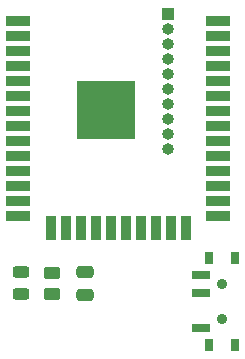
<source format=gbr>
%TF.GenerationSoftware,KiCad,Pcbnew,7.0.5*%
%TF.CreationDate,2023-10-07T01:59:45-03:00*%
%TF.ProjectId,ESP32_MicroSD,45535033-325f-44d6-9963-726f53442e6b,rev?*%
%TF.SameCoordinates,Original*%
%TF.FileFunction,Soldermask,Top*%
%TF.FilePolarity,Negative*%
%FSLAX46Y46*%
G04 Gerber Fmt 4.6, Leading zero omitted, Abs format (unit mm)*
G04 Created by KiCad (PCBNEW 7.0.5) date 2023-10-07 01:59:45*
%MOMM*%
%LPD*%
G01*
G04 APERTURE LIST*
G04 Aperture macros list*
%AMRoundRect*
0 Rectangle with rounded corners*
0 $1 Rounding radius*
0 $2 $3 $4 $5 $6 $7 $8 $9 X,Y pos of 4 corners*
0 Add a 4 corners polygon primitive as box body*
4,1,4,$2,$3,$4,$5,$6,$7,$8,$9,$2,$3,0*
0 Add four circle primitives for the rounded corners*
1,1,$1+$1,$2,$3*
1,1,$1+$1,$4,$5*
1,1,$1+$1,$6,$7*
1,1,$1+$1,$8,$9*
0 Add four rect primitives between the rounded corners*
20,1,$1+$1,$2,$3,$4,$5,0*
20,1,$1+$1,$4,$5,$6,$7,0*
20,1,$1+$1,$6,$7,$8,$9,0*
20,1,$1+$1,$8,$9,$2,$3,0*%
G04 Aperture macros list end*
%ADD10RoundRect,0.250000X-0.475000X0.250000X-0.475000X-0.250000X0.475000X-0.250000X0.475000X0.250000X0*%
%ADD11R,2.000000X0.900000*%
%ADD12R,0.900000X2.000000*%
%ADD13R,5.000000X5.000000*%
%ADD14C,0.900000*%
%ADD15R,0.800000X1.000000*%
%ADD16R,1.500000X0.700000*%
%ADD17RoundRect,0.250000X0.450000X-0.262500X0.450000X0.262500X-0.450000X0.262500X-0.450000X-0.262500X0*%
%ADD18RoundRect,0.243750X0.456250X-0.243750X0.456250X0.243750X-0.456250X0.243750X-0.456250X-0.243750X0*%
%ADD19O,1.000000X1.000000*%
%ADD20R,1.000000X1.000000*%
G04 APERTURE END LIST*
D10*
%TO.C,C2*%
X80416400Y-98719600D03*
X80416400Y-100619600D03*
%TD*%
D11*
%TO.C,U1*%
X74750000Y-77495000D03*
X74750000Y-78765000D03*
X74750000Y-80035000D03*
X74750000Y-81305000D03*
X74750000Y-82575000D03*
X74750000Y-83845000D03*
X74750000Y-85115000D03*
X74750000Y-86385000D03*
X74750000Y-87655000D03*
X74750000Y-88925000D03*
X74750000Y-90195000D03*
X74750000Y-91465000D03*
X74750000Y-92735000D03*
X74750000Y-94005000D03*
D12*
X77535000Y-95005000D03*
X78805000Y-95005000D03*
X80075000Y-95005000D03*
X81345000Y-95005000D03*
X82615000Y-95005000D03*
X83885000Y-95005000D03*
X85155000Y-95005000D03*
X86425000Y-95005000D03*
X87695000Y-95005000D03*
X88965000Y-95005000D03*
D11*
X91750000Y-94005000D03*
X91750000Y-92735000D03*
X91750000Y-91465000D03*
X91750000Y-90195000D03*
X91750000Y-88925000D03*
X91750000Y-87655000D03*
X91750000Y-86385000D03*
X91750000Y-85115000D03*
X91750000Y-83845000D03*
X91750000Y-82575000D03*
X91750000Y-81305000D03*
X91750000Y-80035000D03*
X91750000Y-78765000D03*
X91750000Y-77495000D03*
D13*
X82250000Y-84995000D03*
%TD*%
D14*
%TO.C,SW1*%
X92030000Y-99700000D03*
D15*
X90920000Y-97550000D03*
X93130000Y-97550000D03*
X93130000Y-104850000D03*
X90920000Y-104850000D03*
D14*
X92030000Y-102700000D03*
D16*
X90270000Y-103450000D03*
X90270000Y-100450000D03*
X90270000Y-98950000D03*
%TD*%
D17*
%TO.C,R5*%
X77673200Y-100582100D03*
X77673200Y-98757100D03*
%TD*%
D18*
%TO.C,D1*%
X75073200Y-100607100D03*
X75073200Y-98732100D03*
%TD*%
D19*
%TO.C,J1*%
X87500000Y-88330000D03*
X87500000Y-87060000D03*
X87500000Y-85790000D03*
X87500000Y-84520000D03*
X87500000Y-83250000D03*
X87500000Y-81980000D03*
X87500000Y-80710000D03*
X87500000Y-79440000D03*
X87500000Y-78170000D03*
D20*
X87500000Y-76900000D03*
%TD*%
M02*

</source>
